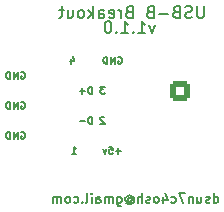
<source format=gbr>
G04 #@! TF.GenerationSoftware,KiCad,Pcbnew,8.0.6*
G04 #@! TF.CreationDate,2025-01-27T10:14:47-05:00*
G04 #@! TF.ProjectId,usbbbrkout,75736262-6272-46b6-9f75-742e6b696361,v1.1.0*
G04 #@! TF.SameCoordinates,Original*
G04 #@! TF.FileFunction,Legend,Bot*
G04 #@! TF.FilePolarity,Positive*
%FSLAX46Y46*%
G04 Gerber Fmt 4.6, Leading zero omitted, Abs format (unit mm)*
G04 Created by KiCad (PCBNEW 8.0.6) date 2025-01-27 10:14:47*
%MOMM*%
%LPD*%
G01*
G04 APERTURE LIST*
G04 Aperture macros list*
%AMRoundRect*
0 Rectangle with rounded corners*
0 $1 Rounding radius*
0 $2 $3 $4 $5 $6 $7 $8 $9 X,Y pos of 4 corners*
0 Add a 4 corners polygon primitive as box body*
4,1,4,$2,$3,$4,$5,$6,$7,$8,$9,$2,$3,0*
0 Add four circle primitives for the rounded corners*
1,1,$1+$1,$2,$3*
1,1,$1+$1,$4,$5*
1,1,$1+$1,$6,$7*
1,1,$1+$1,$8,$9*
0 Add four rect primitives between the rounded corners*
20,1,$1+$1,$2,$3,$4,$5,0*
20,1,$1+$1,$4,$5,$6,$7,0*
20,1,$1+$1,$6,$7,$8,$9,0*
20,1,$1+$1,$8,$9,$2,$3,0*%
G04 Aperture macros list end*
%ADD10C,0.150000*%
%ADD11C,0.127000*%
%ADD12C,3.276600*%
%ADD13C,1.117600*%
%ADD14C,1.625600*%
%ADD15RoundRect,0.265385X-0.610915X-0.610915X0.610915X-0.610915X0.610915X0.610915X-0.610915X0.610915X0*%
%ADD16C,1.752600*%
%ADD17C,4.701600*%
G04 APERTURE END LIST*
D10*
X144636856Y-94784152D02*
X144398761Y-95450819D01*
X144398761Y-95450819D02*
X144160666Y-94784152D01*
X143255904Y-95450819D02*
X143827332Y-95450819D01*
X143541618Y-95450819D02*
X143541618Y-94450819D01*
X143541618Y-94450819D02*
X143636856Y-94593676D01*
X143636856Y-94593676D02*
X143732094Y-94688914D01*
X143732094Y-94688914D02*
X143827332Y-94736533D01*
X142827332Y-95355580D02*
X142779713Y-95403200D01*
X142779713Y-95403200D02*
X142827332Y-95450819D01*
X142827332Y-95450819D02*
X142874951Y-95403200D01*
X142874951Y-95403200D02*
X142827332Y-95355580D01*
X142827332Y-95355580D02*
X142827332Y-95450819D01*
X141827333Y-95450819D02*
X142398761Y-95450819D01*
X142113047Y-95450819D02*
X142113047Y-94450819D01*
X142113047Y-94450819D02*
X142208285Y-94593676D01*
X142208285Y-94593676D02*
X142303523Y-94688914D01*
X142303523Y-94688914D02*
X142398761Y-94736533D01*
X141398761Y-95355580D02*
X141351142Y-95403200D01*
X141351142Y-95403200D02*
X141398761Y-95450819D01*
X141398761Y-95450819D02*
X141446380Y-95403200D01*
X141446380Y-95403200D02*
X141398761Y-95355580D01*
X141398761Y-95355580D02*
X141398761Y-95450819D01*
X140732095Y-94450819D02*
X140636857Y-94450819D01*
X140636857Y-94450819D02*
X140541619Y-94498438D01*
X140541619Y-94498438D02*
X140494000Y-94546057D01*
X140494000Y-94546057D02*
X140446381Y-94641295D01*
X140446381Y-94641295D02*
X140398762Y-94831771D01*
X140398762Y-94831771D02*
X140398762Y-95069866D01*
X140398762Y-95069866D02*
X140446381Y-95260342D01*
X140446381Y-95260342D02*
X140494000Y-95355580D01*
X140494000Y-95355580D02*
X140541619Y-95403200D01*
X140541619Y-95403200D02*
X140636857Y-95450819D01*
X140636857Y-95450819D02*
X140732095Y-95450819D01*
X140732095Y-95450819D02*
X140827333Y-95403200D01*
X140827333Y-95403200D02*
X140874952Y-95355580D01*
X140874952Y-95355580D02*
X140922571Y-95260342D01*
X140922571Y-95260342D02*
X140970190Y-95069866D01*
X140970190Y-95069866D02*
X140970190Y-94831771D01*
X140970190Y-94831771D02*
X140922571Y-94641295D01*
X140922571Y-94641295D02*
X140874952Y-94546057D01*
X140874952Y-94546057D02*
X140827333Y-94498438D01*
X140827333Y-94498438D02*
X140732095Y-94450819D01*
X148795619Y-93180819D02*
X148795619Y-93990342D01*
X148795619Y-93990342D02*
X148748000Y-94085580D01*
X148748000Y-94085580D02*
X148700381Y-94133200D01*
X148700381Y-94133200D02*
X148605143Y-94180819D01*
X148605143Y-94180819D02*
X148414667Y-94180819D01*
X148414667Y-94180819D02*
X148319429Y-94133200D01*
X148319429Y-94133200D02*
X148271810Y-94085580D01*
X148271810Y-94085580D02*
X148224191Y-93990342D01*
X148224191Y-93990342D02*
X148224191Y-93180819D01*
X147795619Y-94133200D02*
X147652762Y-94180819D01*
X147652762Y-94180819D02*
X147414667Y-94180819D01*
X147414667Y-94180819D02*
X147319429Y-94133200D01*
X147319429Y-94133200D02*
X147271810Y-94085580D01*
X147271810Y-94085580D02*
X147224191Y-93990342D01*
X147224191Y-93990342D02*
X147224191Y-93895104D01*
X147224191Y-93895104D02*
X147271810Y-93799866D01*
X147271810Y-93799866D02*
X147319429Y-93752247D01*
X147319429Y-93752247D02*
X147414667Y-93704628D01*
X147414667Y-93704628D02*
X147605143Y-93657009D01*
X147605143Y-93657009D02*
X147700381Y-93609390D01*
X147700381Y-93609390D02*
X147748000Y-93561771D01*
X147748000Y-93561771D02*
X147795619Y-93466533D01*
X147795619Y-93466533D02*
X147795619Y-93371295D01*
X147795619Y-93371295D02*
X147748000Y-93276057D01*
X147748000Y-93276057D02*
X147700381Y-93228438D01*
X147700381Y-93228438D02*
X147605143Y-93180819D01*
X147605143Y-93180819D02*
X147367048Y-93180819D01*
X147367048Y-93180819D02*
X147224191Y-93228438D01*
X146462286Y-93657009D02*
X146319429Y-93704628D01*
X146319429Y-93704628D02*
X146271810Y-93752247D01*
X146271810Y-93752247D02*
X146224191Y-93847485D01*
X146224191Y-93847485D02*
X146224191Y-93990342D01*
X146224191Y-93990342D02*
X146271810Y-94085580D01*
X146271810Y-94085580D02*
X146319429Y-94133200D01*
X146319429Y-94133200D02*
X146414667Y-94180819D01*
X146414667Y-94180819D02*
X146795619Y-94180819D01*
X146795619Y-94180819D02*
X146795619Y-93180819D01*
X146795619Y-93180819D02*
X146462286Y-93180819D01*
X146462286Y-93180819D02*
X146367048Y-93228438D01*
X146367048Y-93228438D02*
X146319429Y-93276057D01*
X146319429Y-93276057D02*
X146271810Y-93371295D01*
X146271810Y-93371295D02*
X146271810Y-93466533D01*
X146271810Y-93466533D02*
X146319429Y-93561771D01*
X146319429Y-93561771D02*
X146367048Y-93609390D01*
X146367048Y-93609390D02*
X146462286Y-93657009D01*
X146462286Y-93657009D02*
X146795619Y-93657009D01*
X145795619Y-93799866D02*
X145033715Y-93799866D01*
X144224191Y-93657009D02*
X144081334Y-93704628D01*
X144081334Y-93704628D02*
X144033715Y-93752247D01*
X144033715Y-93752247D02*
X143986096Y-93847485D01*
X143986096Y-93847485D02*
X143986096Y-93990342D01*
X143986096Y-93990342D02*
X144033715Y-94085580D01*
X144033715Y-94085580D02*
X144081334Y-94133200D01*
X144081334Y-94133200D02*
X144176572Y-94180819D01*
X144176572Y-94180819D02*
X144557524Y-94180819D01*
X144557524Y-94180819D02*
X144557524Y-93180819D01*
X144557524Y-93180819D02*
X144224191Y-93180819D01*
X144224191Y-93180819D02*
X144128953Y-93228438D01*
X144128953Y-93228438D02*
X144081334Y-93276057D01*
X144081334Y-93276057D02*
X144033715Y-93371295D01*
X144033715Y-93371295D02*
X144033715Y-93466533D01*
X144033715Y-93466533D02*
X144081334Y-93561771D01*
X144081334Y-93561771D02*
X144128953Y-93609390D01*
X144128953Y-93609390D02*
X144224191Y-93657009D01*
X144224191Y-93657009D02*
X144557524Y-93657009D01*
X142462286Y-93657009D02*
X142319429Y-93704628D01*
X142319429Y-93704628D02*
X142271810Y-93752247D01*
X142271810Y-93752247D02*
X142224191Y-93847485D01*
X142224191Y-93847485D02*
X142224191Y-93990342D01*
X142224191Y-93990342D02*
X142271810Y-94085580D01*
X142271810Y-94085580D02*
X142319429Y-94133200D01*
X142319429Y-94133200D02*
X142414667Y-94180819D01*
X142414667Y-94180819D02*
X142795619Y-94180819D01*
X142795619Y-94180819D02*
X142795619Y-93180819D01*
X142795619Y-93180819D02*
X142462286Y-93180819D01*
X142462286Y-93180819D02*
X142367048Y-93228438D01*
X142367048Y-93228438D02*
X142319429Y-93276057D01*
X142319429Y-93276057D02*
X142271810Y-93371295D01*
X142271810Y-93371295D02*
X142271810Y-93466533D01*
X142271810Y-93466533D02*
X142319429Y-93561771D01*
X142319429Y-93561771D02*
X142367048Y-93609390D01*
X142367048Y-93609390D02*
X142462286Y-93657009D01*
X142462286Y-93657009D02*
X142795619Y-93657009D01*
X141795619Y-94180819D02*
X141795619Y-93514152D01*
X141795619Y-93704628D02*
X141748000Y-93609390D01*
X141748000Y-93609390D02*
X141700381Y-93561771D01*
X141700381Y-93561771D02*
X141605143Y-93514152D01*
X141605143Y-93514152D02*
X141509905Y-93514152D01*
X140795619Y-94133200D02*
X140890857Y-94180819D01*
X140890857Y-94180819D02*
X141081333Y-94180819D01*
X141081333Y-94180819D02*
X141176571Y-94133200D01*
X141176571Y-94133200D02*
X141224190Y-94037961D01*
X141224190Y-94037961D02*
X141224190Y-93657009D01*
X141224190Y-93657009D02*
X141176571Y-93561771D01*
X141176571Y-93561771D02*
X141081333Y-93514152D01*
X141081333Y-93514152D02*
X140890857Y-93514152D01*
X140890857Y-93514152D02*
X140795619Y-93561771D01*
X140795619Y-93561771D02*
X140748000Y-93657009D01*
X140748000Y-93657009D02*
X140748000Y-93752247D01*
X140748000Y-93752247D02*
X141224190Y-93847485D01*
X139890857Y-94180819D02*
X139890857Y-93657009D01*
X139890857Y-93657009D02*
X139938476Y-93561771D01*
X139938476Y-93561771D02*
X140033714Y-93514152D01*
X140033714Y-93514152D02*
X140224190Y-93514152D01*
X140224190Y-93514152D02*
X140319428Y-93561771D01*
X139890857Y-94133200D02*
X139986095Y-94180819D01*
X139986095Y-94180819D02*
X140224190Y-94180819D01*
X140224190Y-94180819D02*
X140319428Y-94133200D01*
X140319428Y-94133200D02*
X140367047Y-94037961D01*
X140367047Y-94037961D02*
X140367047Y-93942723D01*
X140367047Y-93942723D02*
X140319428Y-93847485D01*
X140319428Y-93847485D02*
X140224190Y-93799866D01*
X140224190Y-93799866D02*
X139986095Y-93799866D01*
X139986095Y-93799866D02*
X139890857Y-93752247D01*
X139414666Y-94180819D02*
X139414666Y-93180819D01*
X139319428Y-93799866D02*
X139033714Y-94180819D01*
X139033714Y-93514152D02*
X139414666Y-93895104D01*
X138462285Y-94180819D02*
X138557523Y-94133200D01*
X138557523Y-94133200D02*
X138605142Y-94085580D01*
X138605142Y-94085580D02*
X138652761Y-93990342D01*
X138652761Y-93990342D02*
X138652761Y-93704628D01*
X138652761Y-93704628D02*
X138605142Y-93609390D01*
X138605142Y-93609390D02*
X138557523Y-93561771D01*
X138557523Y-93561771D02*
X138462285Y-93514152D01*
X138462285Y-93514152D02*
X138319428Y-93514152D01*
X138319428Y-93514152D02*
X138224190Y-93561771D01*
X138224190Y-93561771D02*
X138176571Y-93609390D01*
X138176571Y-93609390D02*
X138128952Y-93704628D01*
X138128952Y-93704628D02*
X138128952Y-93990342D01*
X138128952Y-93990342D02*
X138176571Y-94085580D01*
X138176571Y-94085580D02*
X138224190Y-94133200D01*
X138224190Y-94133200D02*
X138319428Y-94180819D01*
X138319428Y-94180819D02*
X138462285Y-94180819D01*
X137271809Y-93514152D02*
X137271809Y-94180819D01*
X137700380Y-93514152D02*
X137700380Y-94037961D01*
X137700380Y-94037961D02*
X137652761Y-94133200D01*
X137652761Y-94133200D02*
X137557523Y-94180819D01*
X137557523Y-94180819D02*
X137414666Y-94180819D01*
X137414666Y-94180819D02*
X137319428Y-94133200D01*
X137319428Y-94133200D02*
X137271809Y-94085580D01*
X136938475Y-93514152D02*
X136557523Y-93514152D01*
X136795618Y-93180819D02*
X136795618Y-94037961D01*
X136795618Y-94037961D02*
X136747999Y-94133200D01*
X136747999Y-94133200D02*
X136652761Y-94180819D01*
X136652761Y-94180819D02*
X136557523Y-94180819D01*
D11*
X133317305Y-103839538D02*
X133374448Y-103810967D01*
X133374448Y-103810967D02*
X133460162Y-103810967D01*
X133460162Y-103810967D02*
X133545876Y-103839538D01*
X133545876Y-103839538D02*
X133603019Y-103896681D01*
X133603019Y-103896681D02*
X133631590Y-103953824D01*
X133631590Y-103953824D02*
X133660162Y-104068110D01*
X133660162Y-104068110D02*
X133660162Y-104153824D01*
X133660162Y-104153824D02*
X133631590Y-104268110D01*
X133631590Y-104268110D02*
X133603019Y-104325253D01*
X133603019Y-104325253D02*
X133545876Y-104382396D01*
X133545876Y-104382396D02*
X133460162Y-104410967D01*
X133460162Y-104410967D02*
X133403019Y-104410967D01*
X133403019Y-104410967D02*
X133317305Y-104382396D01*
X133317305Y-104382396D02*
X133288733Y-104353824D01*
X133288733Y-104353824D02*
X133288733Y-104153824D01*
X133288733Y-104153824D02*
X133403019Y-104153824D01*
X133031590Y-104410967D02*
X133031590Y-103810967D01*
X133031590Y-103810967D02*
X132688733Y-104410967D01*
X132688733Y-104410967D02*
X132688733Y-103810967D01*
X132403019Y-104410967D02*
X132403019Y-103810967D01*
X132403019Y-103810967D02*
X132260162Y-103810967D01*
X132260162Y-103810967D02*
X132174448Y-103839538D01*
X132174448Y-103839538D02*
X132117305Y-103896681D01*
X132117305Y-103896681D02*
X132088734Y-103953824D01*
X132088734Y-103953824D02*
X132060162Y-104068110D01*
X132060162Y-104068110D02*
X132060162Y-104153824D01*
X132060162Y-104153824D02*
X132088734Y-104268110D01*
X132088734Y-104268110D02*
X132117305Y-104325253D01*
X132117305Y-104325253D02*
X132174448Y-104382396D01*
X132174448Y-104382396D02*
X132260162Y-104410967D01*
X132260162Y-104410967D02*
X132403019Y-104410967D01*
X133317305Y-101299538D02*
X133374448Y-101270967D01*
X133374448Y-101270967D02*
X133460162Y-101270967D01*
X133460162Y-101270967D02*
X133545876Y-101299538D01*
X133545876Y-101299538D02*
X133603019Y-101356681D01*
X133603019Y-101356681D02*
X133631590Y-101413824D01*
X133631590Y-101413824D02*
X133660162Y-101528110D01*
X133660162Y-101528110D02*
X133660162Y-101613824D01*
X133660162Y-101613824D02*
X133631590Y-101728110D01*
X133631590Y-101728110D02*
X133603019Y-101785253D01*
X133603019Y-101785253D02*
X133545876Y-101842396D01*
X133545876Y-101842396D02*
X133460162Y-101870967D01*
X133460162Y-101870967D02*
X133403019Y-101870967D01*
X133403019Y-101870967D02*
X133317305Y-101842396D01*
X133317305Y-101842396D02*
X133288733Y-101813824D01*
X133288733Y-101813824D02*
X133288733Y-101613824D01*
X133288733Y-101613824D02*
X133403019Y-101613824D01*
X133031590Y-101870967D02*
X133031590Y-101270967D01*
X133031590Y-101270967D02*
X132688733Y-101870967D01*
X132688733Y-101870967D02*
X132688733Y-101270967D01*
X132403019Y-101870967D02*
X132403019Y-101270967D01*
X132403019Y-101270967D02*
X132260162Y-101270967D01*
X132260162Y-101270967D02*
X132174448Y-101299538D01*
X132174448Y-101299538D02*
X132117305Y-101356681D01*
X132117305Y-101356681D02*
X132088734Y-101413824D01*
X132088734Y-101413824D02*
X132060162Y-101528110D01*
X132060162Y-101528110D02*
X132060162Y-101613824D01*
X132060162Y-101613824D02*
X132088734Y-101728110D01*
X132088734Y-101728110D02*
X132117305Y-101785253D01*
X132117305Y-101785253D02*
X132174448Y-101842396D01*
X132174448Y-101842396D02*
X132260162Y-101870967D01*
X132260162Y-101870967D02*
X132403019Y-101870967D01*
X133317305Y-98759538D02*
X133374448Y-98730967D01*
X133374448Y-98730967D02*
X133460162Y-98730967D01*
X133460162Y-98730967D02*
X133545876Y-98759538D01*
X133545876Y-98759538D02*
X133603019Y-98816681D01*
X133603019Y-98816681D02*
X133631590Y-98873824D01*
X133631590Y-98873824D02*
X133660162Y-98988110D01*
X133660162Y-98988110D02*
X133660162Y-99073824D01*
X133660162Y-99073824D02*
X133631590Y-99188110D01*
X133631590Y-99188110D02*
X133603019Y-99245253D01*
X133603019Y-99245253D02*
X133545876Y-99302396D01*
X133545876Y-99302396D02*
X133460162Y-99330967D01*
X133460162Y-99330967D02*
X133403019Y-99330967D01*
X133403019Y-99330967D02*
X133317305Y-99302396D01*
X133317305Y-99302396D02*
X133288733Y-99273824D01*
X133288733Y-99273824D02*
X133288733Y-99073824D01*
X133288733Y-99073824D02*
X133403019Y-99073824D01*
X133031590Y-99330967D02*
X133031590Y-98730967D01*
X133031590Y-98730967D02*
X132688733Y-99330967D01*
X132688733Y-99330967D02*
X132688733Y-98730967D01*
X132403019Y-99330967D02*
X132403019Y-98730967D01*
X132403019Y-98730967D02*
X132260162Y-98730967D01*
X132260162Y-98730967D02*
X132174448Y-98759538D01*
X132174448Y-98759538D02*
X132117305Y-98816681D01*
X132117305Y-98816681D02*
X132088734Y-98873824D01*
X132088734Y-98873824D02*
X132060162Y-98988110D01*
X132060162Y-98988110D02*
X132060162Y-99073824D01*
X132060162Y-99073824D02*
X132088734Y-99188110D01*
X132088734Y-99188110D02*
X132117305Y-99245253D01*
X132117305Y-99245253D02*
X132174448Y-99302396D01*
X132174448Y-99302396D02*
X132260162Y-99330967D01*
X132260162Y-99330967D02*
X132403019Y-99330967D01*
X137635305Y-105680967D02*
X137978162Y-105680967D01*
X137806733Y-105680967D02*
X137806733Y-105080967D01*
X137806733Y-105080967D02*
X137863876Y-105166681D01*
X137863876Y-105166681D02*
X137921019Y-105223824D01*
X137921019Y-105223824D02*
X137978162Y-105252396D01*
X140391162Y-102598110D02*
X140362590Y-102569538D01*
X140362590Y-102569538D02*
X140305448Y-102540967D01*
X140305448Y-102540967D02*
X140162590Y-102540967D01*
X140162590Y-102540967D02*
X140105448Y-102569538D01*
X140105448Y-102569538D02*
X140076876Y-102598110D01*
X140076876Y-102598110D02*
X140048305Y-102655253D01*
X140048305Y-102655253D02*
X140048305Y-102712396D01*
X140048305Y-102712396D02*
X140076876Y-102798110D01*
X140076876Y-102798110D02*
X140419733Y-103140967D01*
X140419733Y-103140967D02*
X140048305Y-103140967D01*
X140419733Y-100000967D02*
X140048305Y-100000967D01*
X140048305Y-100000967D02*
X140248305Y-100229538D01*
X140248305Y-100229538D02*
X140162590Y-100229538D01*
X140162590Y-100229538D02*
X140105448Y-100258110D01*
X140105448Y-100258110D02*
X140076876Y-100286681D01*
X140076876Y-100286681D02*
X140048305Y-100343824D01*
X140048305Y-100343824D02*
X140048305Y-100486681D01*
X140048305Y-100486681D02*
X140076876Y-100543824D01*
X140076876Y-100543824D02*
X140105448Y-100572396D01*
X140105448Y-100572396D02*
X140162590Y-100600967D01*
X140162590Y-100600967D02*
X140334019Y-100600967D01*
X140334019Y-100600967D02*
X140391162Y-100572396D01*
X140391162Y-100572396D02*
X140419733Y-100543824D01*
X137565448Y-97660967D02*
X137565448Y-98060967D01*
X137708305Y-97432396D02*
X137851162Y-97860967D01*
X137851162Y-97860967D02*
X137479733Y-97860967D01*
X141535980Y-97489538D02*
X141593123Y-97460967D01*
X141593123Y-97460967D02*
X141678837Y-97460967D01*
X141678837Y-97460967D02*
X141764551Y-97489538D01*
X141764551Y-97489538D02*
X141821694Y-97546681D01*
X141821694Y-97546681D02*
X141850265Y-97603824D01*
X141850265Y-97603824D02*
X141878837Y-97718110D01*
X141878837Y-97718110D02*
X141878837Y-97803824D01*
X141878837Y-97803824D02*
X141850265Y-97918110D01*
X141850265Y-97918110D02*
X141821694Y-97975253D01*
X141821694Y-97975253D02*
X141764551Y-98032396D01*
X141764551Y-98032396D02*
X141678837Y-98060967D01*
X141678837Y-98060967D02*
X141621694Y-98060967D01*
X141621694Y-98060967D02*
X141535980Y-98032396D01*
X141535980Y-98032396D02*
X141507408Y-98003824D01*
X141507408Y-98003824D02*
X141507408Y-97803824D01*
X141507408Y-97803824D02*
X141621694Y-97803824D01*
X141250265Y-98060967D02*
X141250265Y-97460967D01*
X141250265Y-97460967D02*
X140907408Y-98060967D01*
X140907408Y-98060967D02*
X140907408Y-97460967D01*
X140621694Y-98060967D02*
X140621694Y-97460967D01*
X140621694Y-97460967D02*
X140478837Y-97460967D01*
X140478837Y-97460967D02*
X140393123Y-97489538D01*
X140393123Y-97489538D02*
X140335980Y-97546681D01*
X140335980Y-97546681D02*
X140307409Y-97603824D01*
X140307409Y-97603824D02*
X140278837Y-97718110D01*
X140278837Y-97718110D02*
X140278837Y-97803824D01*
X140278837Y-97803824D02*
X140307409Y-97918110D01*
X140307409Y-97918110D02*
X140335980Y-97975253D01*
X140335980Y-97975253D02*
X140393123Y-98032396D01*
X140393123Y-98032396D02*
X140478837Y-98060967D01*
X140478837Y-98060967D02*
X140621694Y-98060967D01*
X139346590Y-100600967D02*
X139346590Y-100000967D01*
X139346590Y-100000967D02*
X139203733Y-100000967D01*
X139203733Y-100000967D02*
X139118019Y-100029538D01*
X139118019Y-100029538D02*
X139060876Y-100086681D01*
X139060876Y-100086681D02*
X139032305Y-100143824D01*
X139032305Y-100143824D02*
X139003733Y-100258110D01*
X139003733Y-100258110D02*
X139003733Y-100343824D01*
X139003733Y-100343824D02*
X139032305Y-100458110D01*
X139032305Y-100458110D02*
X139060876Y-100515253D01*
X139060876Y-100515253D02*
X139118019Y-100572396D01*
X139118019Y-100572396D02*
X139203733Y-100600967D01*
X139203733Y-100600967D02*
X139346590Y-100600967D01*
X138746590Y-100372396D02*
X138289448Y-100372396D01*
X138518019Y-100600967D02*
X138518019Y-100143824D01*
X139346590Y-103140967D02*
X139346590Y-102540967D01*
X139346590Y-102540967D02*
X139203733Y-102540967D01*
X139203733Y-102540967D02*
X139118019Y-102569538D01*
X139118019Y-102569538D02*
X139060876Y-102626681D01*
X139060876Y-102626681D02*
X139032305Y-102683824D01*
X139032305Y-102683824D02*
X139003733Y-102798110D01*
X139003733Y-102798110D02*
X139003733Y-102883824D01*
X139003733Y-102883824D02*
X139032305Y-102998110D01*
X139032305Y-102998110D02*
X139060876Y-103055253D01*
X139060876Y-103055253D02*
X139118019Y-103112396D01*
X139118019Y-103112396D02*
X139203733Y-103140967D01*
X139203733Y-103140967D02*
X139346590Y-103140967D01*
X138746590Y-102912396D02*
X138289448Y-102912396D01*
X141793123Y-105452396D02*
X141335981Y-105452396D01*
X141564552Y-105680967D02*
X141564552Y-105223824D01*
X140764552Y-105080967D02*
X141050266Y-105080967D01*
X141050266Y-105080967D02*
X141078838Y-105366681D01*
X141078838Y-105366681D02*
X141050266Y-105338110D01*
X141050266Y-105338110D02*
X140993124Y-105309538D01*
X140993124Y-105309538D02*
X140850266Y-105309538D01*
X140850266Y-105309538D02*
X140793124Y-105338110D01*
X140793124Y-105338110D02*
X140764552Y-105366681D01*
X140764552Y-105366681D02*
X140735981Y-105423824D01*
X140735981Y-105423824D02*
X140735981Y-105566681D01*
X140735981Y-105566681D02*
X140764552Y-105623824D01*
X140764552Y-105623824D02*
X140793124Y-105652396D01*
X140793124Y-105652396D02*
X140850266Y-105680967D01*
X140850266Y-105680967D02*
X140993124Y-105680967D01*
X140993124Y-105680967D02*
X141050266Y-105652396D01*
X141050266Y-105652396D02*
X141078838Y-105623824D01*
X140535980Y-105280967D02*
X140393123Y-105680967D01*
X140393123Y-105680967D02*
X140250266Y-105280967D01*
D10*
X149630572Y-109836295D02*
X149630572Y-109036295D01*
X149630572Y-109798200D02*
X149706763Y-109836295D01*
X149706763Y-109836295D02*
X149859144Y-109836295D01*
X149859144Y-109836295D02*
X149935334Y-109798200D01*
X149935334Y-109798200D02*
X149973429Y-109760104D01*
X149973429Y-109760104D02*
X150011525Y-109683914D01*
X150011525Y-109683914D02*
X150011525Y-109455342D01*
X150011525Y-109455342D02*
X149973429Y-109379152D01*
X149973429Y-109379152D02*
X149935334Y-109341057D01*
X149935334Y-109341057D02*
X149859144Y-109302961D01*
X149859144Y-109302961D02*
X149706763Y-109302961D01*
X149706763Y-109302961D02*
X149630572Y-109341057D01*
X149287715Y-109798200D02*
X149211524Y-109836295D01*
X149211524Y-109836295D02*
X149059143Y-109836295D01*
X149059143Y-109836295D02*
X148982953Y-109798200D01*
X148982953Y-109798200D02*
X148944857Y-109722009D01*
X148944857Y-109722009D02*
X148944857Y-109683914D01*
X148944857Y-109683914D02*
X148982953Y-109607723D01*
X148982953Y-109607723D02*
X149059143Y-109569628D01*
X149059143Y-109569628D02*
X149173429Y-109569628D01*
X149173429Y-109569628D02*
X149249619Y-109531533D01*
X149249619Y-109531533D02*
X149287715Y-109455342D01*
X149287715Y-109455342D02*
X149287715Y-109417247D01*
X149287715Y-109417247D02*
X149249619Y-109341057D01*
X149249619Y-109341057D02*
X149173429Y-109302961D01*
X149173429Y-109302961D02*
X149059143Y-109302961D01*
X149059143Y-109302961D02*
X148982953Y-109341057D01*
X148259143Y-109302961D02*
X148259143Y-109836295D01*
X148602000Y-109302961D02*
X148602000Y-109722009D01*
X148602000Y-109722009D02*
X148563905Y-109798200D01*
X148563905Y-109798200D02*
X148487715Y-109836295D01*
X148487715Y-109836295D02*
X148373429Y-109836295D01*
X148373429Y-109836295D02*
X148297238Y-109798200D01*
X148297238Y-109798200D02*
X148259143Y-109760104D01*
X147878190Y-109302961D02*
X147878190Y-109836295D01*
X147878190Y-109379152D02*
X147840095Y-109341057D01*
X147840095Y-109341057D02*
X147763905Y-109302961D01*
X147763905Y-109302961D02*
X147649619Y-109302961D01*
X147649619Y-109302961D02*
X147573428Y-109341057D01*
X147573428Y-109341057D02*
X147535333Y-109417247D01*
X147535333Y-109417247D02*
X147535333Y-109836295D01*
X147230571Y-109036295D02*
X146697237Y-109036295D01*
X146697237Y-109036295D02*
X147040095Y-109836295D01*
X146049618Y-109798200D02*
X146125809Y-109836295D01*
X146125809Y-109836295D02*
X146278190Y-109836295D01*
X146278190Y-109836295D02*
X146354380Y-109798200D01*
X146354380Y-109798200D02*
X146392475Y-109760104D01*
X146392475Y-109760104D02*
X146430571Y-109683914D01*
X146430571Y-109683914D02*
X146430571Y-109455342D01*
X146430571Y-109455342D02*
X146392475Y-109379152D01*
X146392475Y-109379152D02*
X146354380Y-109341057D01*
X146354380Y-109341057D02*
X146278190Y-109302961D01*
X146278190Y-109302961D02*
X146125809Y-109302961D01*
X146125809Y-109302961D02*
X146049618Y-109341057D01*
X145363904Y-109302961D02*
X145363904Y-109836295D01*
X145554380Y-108998200D02*
X145744857Y-109569628D01*
X145744857Y-109569628D02*
X145249618Y-109569628D01*
X144830571Y-109836295D02*
X144906761Y-109798200D01*
X144906761Y-109798200D02*
X144944856Y-109760104D01*
X144944856Y-109760104D02*
X144982952Y-109683914D01*
X144982952Y-109683914D02*
X144982952Y-109455342D01*
X144982952Y-109455342D02*
X144944856Y-109379152D01*
X144944856Y-109379152D02*
X144906761Y-109341057D01*
X144906761Y-109341057D02*
X144830571Y-109302961D01*
X144830571Y-109302961D02*
X144716285Y-109302961D01*
X144716285Y-109302961D02*
X144640094Y-109341057D01*
X144640094Y-109341057D02*
X144601999Y-109379152D01*
X144601999Y-109379152D02*
X144563904Y-109455342D01*
X144563904Y-109455342D02*
X144563904Y-109683914D01*
X144563904Y-109683914D02*
X144601999Y-109760104D01*
X144601999Y-109760104D02*
X144640094Y-109798200D01*
X144640094Y-109798200D02*
X144716285Y-109836295D01*
X144716285Y-109836295D02*
X144830571Y-109836295D01*
X144259142Y-109798200D02*
X144182951Y-109836295D01*
X144182951Y-109836295D02*
X144030570Y-109836295D01*
X144030570Y-109836295D02*
X143954380Y-109798200D01*
X143954380Y-109798200D02*
X143916284Y-109722009D01*
X143916284Y-109722009D02*
X143916284Y-109683914D01*
X143916284Y-109683914D02*
X143954380Y-109607723D01*
X143954380Y-109607723D02*
X144030570Y-109569628D01*
X144030570Y-109569628D02*
X144144856Y-109569628D01*
X144144856Y-109569628D02*
X144221046Y-109531533D01*
X144221046Y-109531533D02*
X144259142Y-109455342D01*
X144259142Y-109455342D02*
X144259142Y-109417247D01*
X144259142Y-109417247D02*
X144221046Y-109341057D01*
X144221046Y-109341057D02*
X144144856Y-109302961D01*
X144144856Y-109302961D02*
X144030570Y-109302961D01*
X144030570Y-109302961D02*
X143954380Y-109341057D01*
X143573427Y-109836295D02*
X143573427Y-109036295D01*
X143230570Y-109836295D02*
X143230570Y-109417247D01*
X143230570Y-109417247D02*
X143268665Y-109341057D01*
X143268665Y-109341057D02*
X143344856Y-109302961D01*
X143344856Y-109302961D02*
X143459142Y-109302961D01*
X143459142Y-109302961D02*
X143535332Y-109341057D01*
X143535332Y-109341057D02*
X143573427Y-109379152D01*
X142354379Y-109455342D02*
X142392474Y-109417247D01*
X142392474Y-109417247D02*
X142468665Y-109379152D01*
X142468665Y-109379152D02*
X142544855Y-109379152D01*
X142544855Y-109379152D02*
X142621046Y-109417247D01*
X142621046Y-109417247D02*
X142659141Y-109455342D01*
X142659141Y-109455342D02*
X142697236Y-109531533D01*
X142697236Y-109531533D02*
X142697236Y-109607723D01*
X142697236Y-109607723D02*
X142659141Y-109683914D01*
X142659141Y-109683914D02*
X142621046Y-109722009D01*
X142621046Y-109722009D02*
X142544855Y-109760104D01*
X142544855Y-109760104D02*
X142468665Y-109760104D01*
X142468665Y-109760104D02*
X142392474Y-109722009D01*
X142392474Y-109722009D02*
X142354379Y-109683914D01*
X142354379Y-109379152D02*
X142354379Y-109683914D01*
X142354379Y-109683914D02*
X142316284Y-109722009D01*
X142316284Y-109722009D02*
X142278189Y-109722009D01*
X142278189Y-109722009D02*
X142201998Y-109683914D01*
X142201998Y-109683914D02*
X142163903Y-109607723D01*
X142163903Y-109607723D02*
X142163903Y-109417247D01*
X142163903Y-109417247D02*
X142240094Y-109302961D01*
X142240094Y-109302961D02*
X142354379Y-109226771D01*
X142354379Y-109226771D02*
X142506760Y-109188676D01*
X142506760Y-109188676D02*
X142659141Y-109226771D01*
X142659141Y-109226771D02*
X142773427Y-109302961D01*
X142773427Y-109302961D02*
X142849617Y-109417247D01*
X142849617Y-109417247D02*
X142887713Y-109569628D01*
X142887713Y-109569628D02*
X142849617Y-109722009D01*
X142849617Y-109722009D02*
X142773427Y-109836295D01*
X142773427Y-109836295D02*
X142659141Y-109912485D01*
X142659141Y-109912485D02*
X142506760Y-109950580D01*
X142506760Y-109950580D02*
X142354379Y-109912485D01*
X142354379Y-109912485D02*
X142240094Y-109836295D01*
X141478189Y-109302961D02*
X141478189Y-109950580D01*
X141478189Y-109950580D02*
X141516284Y-110026771D01*
X141516284Y-110026771D02*
X141554380Y-110064866D01*
X141554380Y-110064866D02*
X141630570Y-110102961D01*
X141630570Y-110102961D02*
X141744856Y-110102961D01*
X141744856Y-110102961D02*
X141821046Y-110064866D01*
X141478189Y-109798200D02*
X141554380Y-109836295D01*
X141554380Y-109836295D02*
X141706761Y-109836295D01*
X141706761Y-109836295D02*
X141782951Y-109798200D01*
X141782951Y-109798200D02*
X141821046Y-109760104D01*
X141821046Y-109760104D02*
X141859142Y-109683914D01*
X141859142Y-109683914D02*
X141859142Y-109455342D01*
X141859142Y-109455342D02*
X141821046Y-109379152D01*
X141821046Y-109379152D02*
X141782951Y-109341057D01*
X141782951Y-109341057D02*
X141706761Y-109302961D01*
X141706761Y-109302961D02*
X141554380Y-109302961D01*
X141554380Y-109302961D02*
X141478189Y-109341057D01*
X141097236Y-109836295D02*
X141097236Y-109302961D01*
X141097236Y-109379152D02*
X141059141Y-109341057D01*
X141059141Y-109341057D02*
X140982951Y-109302961D01*
X140982951Y-109302961D02*
X140868665Y-109302961D01*
X140868665Y-109302961D02*
X140792474Y-109341057D01*
X140792474Y-109341057D02*
X140754379Y-109417247D01*
X140754379Y-109417247D02*
X140754379Y-109836295D01*
X140754379Y-109417247D02*
X140716284Y-109341057D01*
X140716284Y-109341057D02*
X140640093Y-109302961D01*
X140640093Y-109302961D02*
X140525808Y-109302961D01*
X140525808Y-109302961D02*
X140449617Y-109341057D01*
X140449617Y-109341057D02*
X140411522Y-109417247D01*
X140411522Y-109417247D02*
X140411522Y-109836295D01*
X139687712Y-109836295D02*
X139687712Y-109417247D01*
X139687712Y-109417247D02*
X139725807Y-109341057D01*
X139725807Y-109341057D02*
X139801998Y-109302961D01*
X139801998Y-109302961D02*
X139954379Y-109302961D01*
X139954379Y-109302961D02*
X140030569Y-109341057D01*
X139687712Y-109798200D02*
X139763903Y-109836295D01*
X139763903Y-109836295D02*
X139954379Y-109836295D01*
X139954379Y-109836295D02*
X140030569Y-109798200D01*
X140030569Y-109798200D02*
X140068665Y-109722009D01*
X140068665Y-109722009D02*
X140068665Y-109645819D01*
X140068665Y-109645819D02*
X140030569Y-109569628D01*
X140030569Y-109569628D02*
X139954379Y-109531533D01*
X139954379Y-109531533D02*
X139763903Y-109531533D01*
X139763903Y-109531533D02*
X139687712Y-109493438D01*
X139306759Y-109836295D02*
X139306759Y-109302961D01*
X139306759Y-109036295D02*
X139344855Y-109074390D01*
X139344855Y-109074390D02*
X139306759Y-109112485D01*
X139306759Y-109112485D02*
X139268664Y-109074390D01*
X139268664Y-109074390D02*
X139306759Y-109036295D01*
X139306759Y-109036295D02*
X139306759Y-109112485D01*
X138811522Y-109836295D02*
X138887712Y-109798200D01*
X138887712Y-109798200D02*
X138925807Y-109722009D01*
X138925807Y-109722009D02*
X138925807Y-109036295D01*
X138506759Y-109760104D02*
X138468664Y-109798200D01*
X138468664Y-109798200D02*
X138506759Y-109836295D01*
X138506759Y-109836295D02*
X138544855Y-109798200D01*
X138544855Y-109798200D02*
X138506759Y-109760104D01*
X138506759Y-109760104D02*
X138506759Y-109836295D01*
X137782950Y-109798200D02*
X137859141Y-109836295D01*
X137859141Y-109836295D02*
X138011522Y-109836295D01*
X138011522Y-109836295D02*
X138087712Y-109798200D01*
X138087712Y-109798200D02*
X138125807Y-109760104D01*
X138125807Y-109760104D02*
X138163903Y-109683914D01*
X138163903Y-109683914D02*
X138163903Y-109455342D01*
X138163903Y-109455342D02*
X138125807Y-109379152D01*
X138125807Y-109379152D02*
X138087712Y-109341057D01*
X138087712Y-109341057D02*
X138011522Y-109302961D01*
X138011522Y-109302961D02*
X137859141Y-109302961D01*
X137859141Y-109302961D02*
X137782950Y-109341057D01*
X137325808Y-109836295D02*
X137401998Y-109798200D01*
X137401998Y-109798200D02*
X137440093Y-109760104D01*
X137440093Y-109760104D02*
X137478189Y-109683914D01*
X137478189Y-109683914D02*
X137478189Y-109455342D01*
X137478189Y-109455342D02*
X137440093Y-109379152D01*
X137440093Y-109379152D02*
X137401998Y-109341057D01*
X137401998Y-109341057D02*
X137325808Y-109302961D01*
X137325808Y-109302961D02*
X137211522Y-109302961D01*
X137211522Y-109302961D02*
X137135331Y-109341057D01*
X137135331Y-109341057D02*
X137097236Y-109379152D01*
X137097236Y-109379152D02*
X137059141Y-109455342D01*
X137059141Y-109455342D02*
X137059141Y-109683914D01*
X137059141Y-109683914D02*
X137097236Y-109760104D01*
X137097236Y-109760104D02*
X137135331Y-109798200D01*
X137135331Y-109798200D02*
X137211522Y-109836295D01*
X137211522Y-109836295D02*
X137325808Y-109836295D01*
X136716283Y-109836295D02*
X136716283Y-109302961D01*
X136716283Y-109379152D02*
X136678188Y-109341057D01*
X136678188Y-109341057D02*
X136601998Y-109302961D01*
X136601998Y-109302961D02*
X136487712Y-109302961D01*
X136487712Y-109302961D02*
X136411521Y-109341057D01*
X136411521Y-109341057D02*
X136373426Y-109417247D01*
X136373426Y-109417247D02*
X136373426Y-109836295D01*
X136373426Y-109417247D02*
X136335331Y-109341057D01*
X136335331Y-109341057D02*
X136259140Y-109302961D01*
X136259140Y-109302961D02*
X136144855Y-109302961D01*
X136144855Y-109302961D02*
X136068664Y-109341057D01*
X136068664Y-109341057D02*
X136030569Y-109417247D01*
X136030569Y-109417247D02*
X136030569Y-109836295D01*
%LPC*%
D12*
X132080000Y-95250000D03*
X132080000Y-107950000D03*
D13*
X129540000Y-101600000D03*
X134620000Y-101600000D03*
X134620000Y-99060000D03*
X134620000Y-104140000D03*
D14*
X139065000Y-105410000D03*
X141605000Y-102870000D03*
X141605000Y-100330000D03*
X139065000Y-97790000D03*
D15*
X146760000Y-100350000D03*
D16*
X146760000Y-102850000D03*
X148760000Y-102850000D03*
X148760000Y-100350000D03*
D17*
X153250000Y-97600000D03*
X153250000Y-105600000D03*
D14*
X136525000Y-102870000D03*
%LPD*%
M02*

</source>
